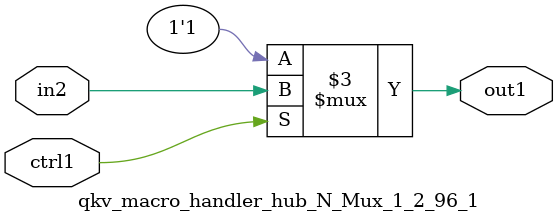
<source format=v>

`timescale 1ps / 1ps


module qkv_macro_handler_hub_N_Mux_1_2_96_1( in2, ctrl1, out1 );

    input in2;
    input ctrl1;
    output out1;
    reg out1;

    
    // rtl_process:qkv_macro_handler_hub_N_Mux_1_2_96_1/qkv_macro_handler_hub_N_Mux_1_2_96_1_thread_1
    always @*
      begin : qkv_macro_handler_hub_N_Mux_1_2_96_1_thread_1
        case (ctrl1) 
          1'b1: 
            begin
              out1 = in2;
            end
          default: 
            begin
              out1 = 1'b1;
            end
        endcase
      end

endmodule


</source>
